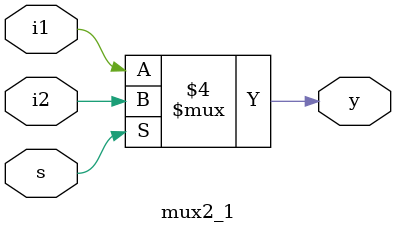
<source format=v>
module mux2_1(y,s,i1,i2);
  output reg y;
  input s,i1,i2;
  always@(*)
    begin
      if (s==1'b0) begin
        y=i1;
         end
      else 
        begin
        y=i2;
      end
    end
endmodule

</source>
